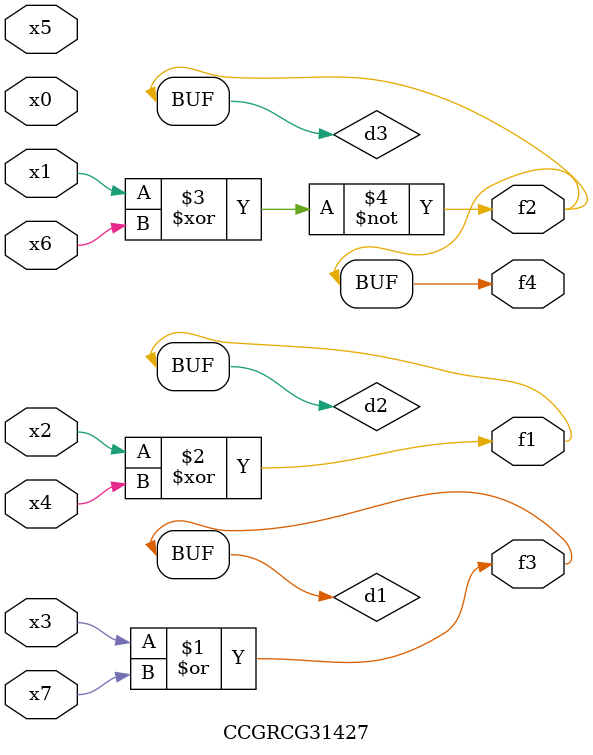
<source format=v>
module CCGRCG31427(
	input x0, x1, x2, x3, x4, x5, x6, x7,
	output f1, f2, f3, f4
);

	wire d1, d2, d3;

	or (d1, x3, x7);
	xor (d2, x2, x4);
	xnor (d3, x1, x6);
	assign f1 = d2;
	assign f2 = d3;
	assign f3 = d1;
	assign f4 = d3;
endmodule

</source>
